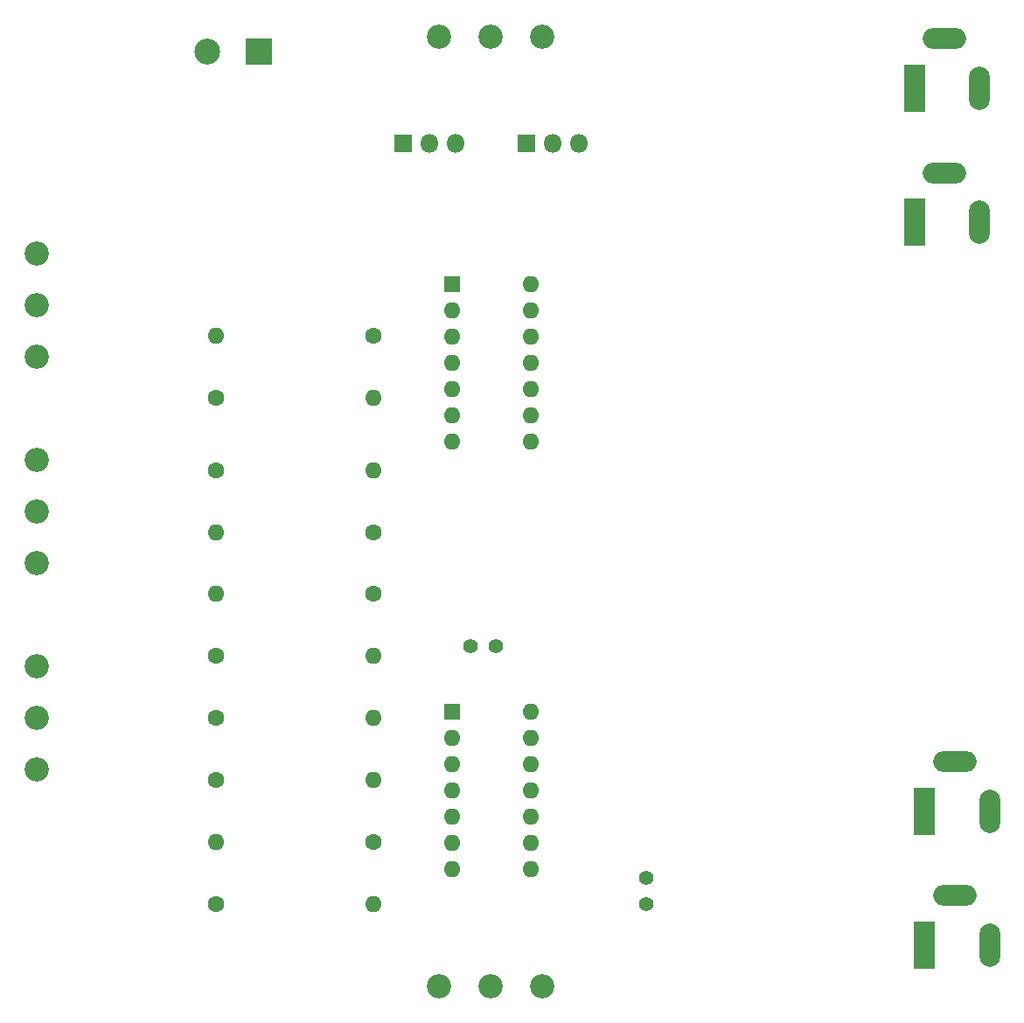
<source format=gbr>
G04 #@! TF.GenerationSoftware,KiCad,Pcbnew,(6.0.8)*
G04 #@! TF.CreationDate,2022-11-06T18:51:42+02:00*
G04 #@! TF.ProjectId,PIDController - Copy,50494443-6f6e-4747-926f-6c6c6572202d,rev?*
G04 #@! TF.SameCoordinates,Original*
G04 #@! TF.FileFunction,Soldermask,Top*
G04 #@! TF.FilePolarity,Negative*
%FSLAX46Y46*%
G04 Gerber Fmt 4.6, Leading zero omitted, Abs format (unit mm)*
G04 Created by KiCad (PCBNEW (6.0.8)) date 2022-11-06 18:51:42*
%MOMM*%
%LPD*%
G01*
G04 APERTURE LIST*
%ADD10C,1.600000*%
%ADD11O,1.600000X1.600000*%
%ADD12R,2.000000X4.600000*%
%ADD13O,2.000000X4.200000*%
%ADD14O,4.200000X2.000000*%
%ADD15C,2.340000*%
%ADD16R,2.500000X2.500000*%
%ADD17C,2.500000*%
%ADD18C,1.400000*%
%ADD19R,1.600000X1.600000*%
%ADD20R,1.800000X1.800000*%
%ADD21O,1.800000X1.800000*%
G04 APERTURE END LIST*
D10*
G04 #@! TO.C,R5*
X40380000Y-56000000D03*
D11*
X55620000Y-56000000D03*
G04 #@! TD*
D12*
G04 #@! TO.C,J2*
X109000000Y-109000000D03*
D13*
X115300000Y-109000000D03*
D14*
X111900000Y-104200000D03*
G04 #@! TD*
D15*
G04 #@! TO.C,RV4*
X23000000Y-42000000D03*
X23000000Y-47000000D03*
X23000000Y-52000000D03*
G04 #@! TD*
D10*
G04 #@! TO.C,R1*
X40380000Y-105000000D03*
D11*
X55620000Y-105000000D03*
G04 #@! TD*
D12*
G04 #@! TO.C,J1*
X109000000Y-96000000D03*
D13*
X115300000Y-96000000D03*
D14*
X111900000Y-91200000D03*
G04 #@! TD*
D15*
G04 #@! TO.C,RV3*
X23000000Y-62000000D03*
X23000000Y-67000000D03*
X23000000Y-72000000D03*
G04 #@! TD*
D10*
G04 #@! TO.C,R3*
X55620000Y-99000000D03*
D11*
X40380000Y-99000000D03*
G04 #@! TD*
D12*
G04 #@! TO.C,J4*
X108000000Y-26000000D03*
D13*
X114300000Y-26000000D03*
D14*
X110900000Y-21200000D03*
G04 #@! TD*
D12*
G04 #@! TO.C,J5*
X108000000Y-39000000D03*
D13*
X114300000Y-39000000D03*
D14*
X110900000Y-34200000D03*
G04 #@! TD*
D10*
G04 #@! TO.C,R6*
X40380000Y-81000000D03*
D11*
X55620000Y-81000000D03*
G04 #@! TD*
D16*
G04 #@! TO.C,M1*
X44500000Y-22500000D03*
D17*
X39500000Y-22500000D03*
G04 #@! TD*
D15*
G04 #@! TO.C,RV5*
X23000000Y-82000000D03*
X23000000Y-87000000D03*
X23000000Y-92000000D03*
G04 #@! TD*
D10*
G04 #@! TO.C,R10*
X40380000Y-63000000D03*
D11*
X55620000Y-63000000D03*
G04 #@! TD*
D18*
G04 #@! TO.C,C2*
X82000000Y-102500000D03*
X82000000Y-105000000D03*
G04 #@! TD*
D15*
G04 #@! TO.C,RV1*
X62000000Y-113000000D03*
X67000000Y-113000000D03*
X72000000Y-113000000D03*
G04 #@! TD*
D19*
G04 #@! TO.C,U2*
X63200000Y-45000000D03*
D11*
X63200000Y-47540000D03*
X63200000Y-50080000D03*
X63200000Y-52620000D03*
X63200000Y-55160000D03*
X63200000Y-57700000D03*
X63200000Y-60240000D03*
X70820000Y-60240000D03*
X70820000Y-57700000D03*
X70820000Y-55160000D03*
X70820000Y-52620000D03*
X70820000Y-50080000D03*
X70820000Y-47540000D03*
X70820000Y-45000000D03*
G04 #@! TD*
D10*
G04 #@! TO.C,R9*
X55620000Y-69000000D03*
D11*
X40380000Y-69000000D03*
G04 #@! TD*
D10*
G04 #@! TO.C,R7*
X40380000Y-87000000D03*
D11*
X55620000Y-87000000D03*
G04 #@! TD*
D20*
G04 #@! TO.C,Q2*
X70460000Y-31375000D03*
D21*
X73000000Y-31375000D03*
X75540000Y-31375000D03*
G04 #@! TD*
D10*
G04 #@! TO.C,R8*
X40380000Y-93000000D03*
D11*
X55620000Y-93000000D03*
G04 #@! TD*
D10*
G04 #@! TO.C,R4*
X55620000Y-50000000D03*
D11*
X40380000Y-50000000D03*
G04 #@! TD*
D10*
G04 #@! TO.C,R2*
X55620000Y-75000000D03*
D11*
X40380000Y-75000000D03*
G04 #@! TD*
D20*
G04 #@! TO.C,Q1*
X58460000Y-31375000D03*
D21*
X61000000Y-31375000D03*
X63540000Y-31375000D03*
G04 #@! TD*
D15*
G04 #@! TO.C,RV2*
X72000000Y-21000000D03*
X67000000Y-21000000D03*
X62000000Y-21000000D03*
G04 #@! TD*
D19*
G04 #@! TO.C,U1*
X63200000Y-86375000D03*
D11*
X63200000Y-88915000D03*
X63200000Y-91455000D03*
X63200000Y-93995000D03*
X63200000Y-96535000D03*
X63200000Y-99075000D03*
X63200000Y-101615000D03*
X70820000Y-101615000D03*
X70820000Y-99075000D03*
X70820000Y-96535000D03*
X70820000Y-93995000D03*
X70820000Y-91455000D03*
X70820000Y-88915000D03*
X70820000Y-86375000D03*
G04 #@! TD*
D18*
G04 #@! TO.C,C1*
X65000000Y-80000000D03*
X67500000Y-80000000D03*
G04 #@! TD*
M02*

</source>
